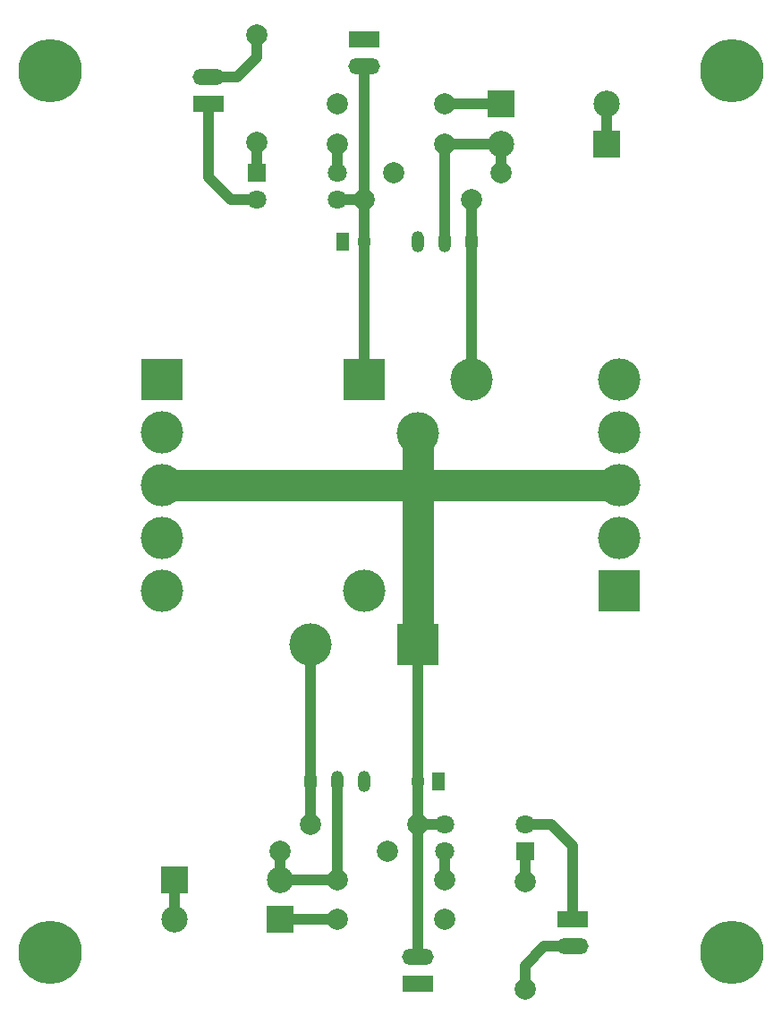
<source format=gtl>
G04*
G04 #@! TF.GenerationSoftware,Altium Limited,Altium Designer,23.9.2 (47)*
G04*
G04 Layer_Physical_Order=1*
G04 Layer_Color=255*
%FSLAX24Y24*%
%MOIN*%
G70*
G04*
G04 #@! TF.SameCoordinates,AAFFF98D-1960-493D-9132-569EA71A65ED*
G04*
G04*
G04 #@! TF.FilePolarity,Positive*
G04*
G01*
G75*
%ADD47C,0.0394*%
%ADD48C,0.1181*%
%ADD49R,0.0472X0.0669*%
%ADD50R,0.0984X0.0984*%
%ADD51O,0.0591X0.0394*%
%ADD52C,0.0787*%
%ADD53R,0.1181X0.0591*%
%ADD54O,0.0472X0.0669*%
%ADD55C,0.0709*%
%ADD56O,0.1181X0.0591*%
%ADD57R,0.1575X0.1575*%
%ADD58C,0.1575*%
%ADD59R,0.0591X0.0394*%
%ADD60O,0.0472X0.0787*%
%ADD61R,0.1575X0.1575*%
%ADD62C,0.0984*%
%ADD63R,0.0709X0.0709*%
%ADD64C,0.2362*%
D47*
X10521Y3197D02*
X12647D01*
X17710Y33575D02*
X18773D01*
X16647D02*
X17710D01*
X15647Y6756D02*
Y8331D01*
Y13431D01*
Y1803D02*
Y6756D01*
X16647D01*
X13647Y23323D02*
Y30016D01*
X16647Y32079D02*
X18773D01*
X9647Y31016D02*
Y32157D01*
X11647Y8331D02*
Y13449D01*
X20363Y2197D02*
X21419D01*
X19647Y1481D02*
X20363Y2197D01*
X19647Y614D02*
Y1481D01*
X7876Y34575D02*
X8915D01*
X9647Y35307D01*
Y36157D01*
X7876Y30849D02*
Y33575D01*
Y30849D02*
X8709Y30016D01*
X9647D01*
X21419Y3197D02*
Y5956D01*
X20619Y6756D02*
X21419Y5956D01*
X19647Y6756D02*
X20619D01*
X13647Y30016D02*
Y34969D01*
Y30016D02*
X13647Y30016D01*
X12647Y30016D02*
X13647D01*
X12647Y31016D02*
Y32079D01*
X17647Y23323D02*
Y28441D01*
Y30016D01*
X18773Y31016D02*
Y32079D01*
X16647Y28441D02*
Y32079D01*
X22710D02*
Y33575D01*
X19647Y4614D02*
Y5756D01*
X16647Y4693D02*
Y5756D01*
X12647Y4693D02*
Y8331D01*
X10521Y4693D02*
Y5756D01*
X11584Y4693D02*
X12647D01*
X10521D02*
X11584D01*
X6584Y3197D02*
Y4693D01*
X11647Y6756D02*
Y8331D01*
D48*
X15647Y21323D02*
X15647Y21323D01*
X23159Y19386D02*
X23159Y19386D01*
X6135Y19386D02*
X15647D01*
X23159D01*
X15647Y13449D02*
Y19386D01*
Y21323D01*
D49*
X16435Y8331D02*
D03*
X12860Y28441D02*
D03*
D50*
X10521Y3197D02*
D03*
X18773Y33575D02*
D03*
X22710Y32079D02*
D03*
X6584Y4693D02*
D03*
D51*
X11584Y3197D02*
D03*
X17710Y33575D02*
D03*
D52*
X12647Y3197D02*
D03*
X16647Y33575D02*
D03*
X15647Y6756D02*
D03*
X12647Y33575D02*
D03*
X16647Y32079D02*
D03*
X12647D02*
D03*
X14773Y31016D02*
D03*
X18773D02*
D03*
X9647Y36157D02*
D03*
Y32157D02*
D03*
X19647Y614D02*
D03*
Y4614D02*
D03*
X17647Y30016D02*
D03*
X13647D02*
D03*
X16647Y3197D02*
D03*
X11647Y6756D02*
D03*
X12647Y4693D02*
D03*
X16647D02*
D03*
X14521Y5756D02*
D03*
X10521D02*
D03*
D53*
X15647Y803D02*
D03*
X13647Y35968D02*
D03*
X7876Y33575D02*
D03*
X21419Y3197D02*
D03*
D54*
X15647Y8331D02*
D03*
X13647Y28441D02*
D03*
D55*
X16647Y6756D02*
D03*
X9647Y30016D02*
D03*
X12647Y31016D02*
D03*
Y30016D02*
D03*
X19647Y6756D02*
D03*
X16647Y5756D02*
D03*
D56*
X15647Y1803D02*
D03*
X13647Y34969D02*
D03*
X7876Y34575D02*
D03*
X21419Y2197D02*
D03*
D57*
X15647Y13449D02*
D03*
X13647Y23323D02*
D03*
D58*
X15647Y21323D02*
D03*
X6135Y19386D02*
D03*
X23159Y19386D02*
D03*
X17647Y23323D02*
D03*
X11647Y13449D02*
D03*
X13647Y15449D02*
D03*
X23159Y17417D02*
D03*
Y21354D02*
D03*
Y23323D02*
D03*
X6135Y21354D02*
D03*
Y17417D02*
D03*
Y15449D02*
D03*
D59*
X17710Y32079D02*
D03*
X11584Y4693D02*
D03*
D60*
X15647Y28441D02*
D03*
X16647D02*
D03*
X17647D02*
D03*
X13647Y8331D02*
D03*
X12647D02*
D03*
X11647D02*
D03*
D61*
X23159Y15449D02*
D03*
X6135Y23323D02*
D03*
D62*
X22710Y33575D02*
D03*
X18773Y32079D02*
D03*
X6584Y3197D02*
D03*
X10521Y4693D02*
D03*
D63*
X9647Y31016D02*
D03*
X19647Y5756D02*
D03*
D64*
X1969Y34803D02*
D03*
X27362D02*
D03*
Y1969D02*
D03*
X1969D02*
D03*
M02*

</source>
